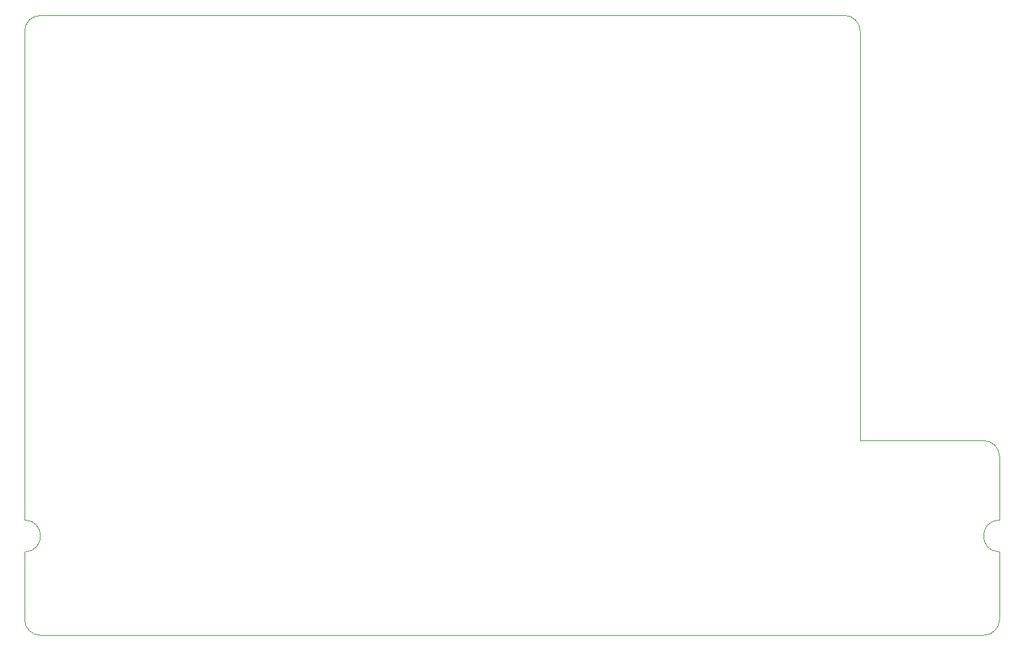
<source format=gbr>
%TF.GenerationSoftware,KiCad,Pcbnew,(5.1.10)-1*%
%TF.CreationDate,2021-11-18T18:33:26-06:00*%
%TF.ProjectId,NavBoard_Hardware,4e617642-6f61-4726-945f-486172647761,rev?*%
%TF.SameCoordinates,Original*%
%TF.FileFunction,Profile,NP*%
%FSLAX46Y46*%
G04 Gerber Fmt 4.6, Leading zero omitted, Abs format (unit mm)*
G04 Created by KiCad (PCBNEW (5.1.10)-1) date 2021-11-18 18:33:26*
%MOMM*%
%LPD*%
G01*
G04 APERTURE LIST*
%TA.AperFunction,Profile*%
%ADD10C,0.050000*%
%TD*%
G04 APERTURE END LIST*
D10*
X39649400Y-39903400D02*
G75*
G02*
X41681400Y-37871400I2032000J0D01*
G01*
X144297400Y-37871400D02*
X41681400Y-37871400D01*
X144297400Y-37871400D02*
G75*
G02*
X146329400Y-39903400I0J-2032000D01*
G01*
X146329400Y-92202000D02*
X146329400Y-39903400D01*
X162077400Y-92227400D02*
X146329400Y-92202000D01*
X162077400Y-92227400D02*
G75*
G02*
X164109400Y-94259400I0J-2032000D01*
G01*
X164109400Y-102387400D02*
X164109400Y-94259400D01*
X164109400Y-106451400D02*
G75*
G02*
X164109400Y-102387400I0J2032000D01*
G01*
X164109400Y-115087400D02*
X164109400Y-106451400D01*
X164109400Y-115087400D02*
G75*
G02*
X162077400Y-117119400I-2032000J0D01*
G01*
X41681400Y-117119400D02*
X162077400Y-117119400D01*
X41681400Y-117119400D02*
G75*
G02*
X39649400Y-115087400I0J2032000D01*
G01*
X39649400Y-106451400D02*
X39649400Y-115087400D01*
X39649400Y-102387400D02*
G75*
G02*
X39649400Y-106451400I0J-2032000D01*
G01*
X39649400Y-39903400D02*
X39649400Y-102387400D01*
M02*

</source>
